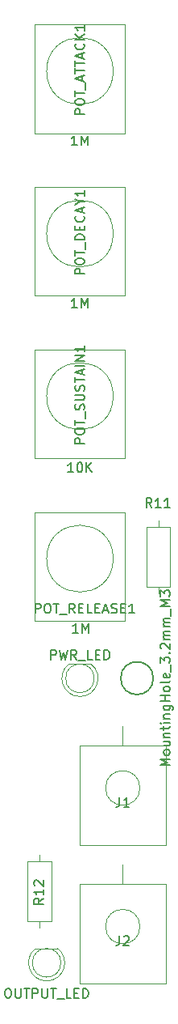
<source format=gbr>
%TF.GenerationSoftware,KiCad,Pcbnew,5.1.9+dfsg1-1~bpo10+1*%
%TF.CreationDate,2022-02-02T01:18:43+08:00*%
%TF.ProjectId,MiniADSR 1.0.1 - Control,4d696e69-4144-4535-9220-312e302e3120,rev?*%
%TF.SameCoordinates,Original*%
%TF.FileFunction,Other,Fab,Top*%
%FSLAX46Y46*%
G04 Gerber Fmt 4.6, Leading zero omitted, Abs format (unit mm)*
G04 Created by KiCad (PCBNEW 5.1.9+dfsg1-1~bpo10+1) date 2022-02-02 01:18:43*
%MOMM*%
%LPD*%
G01*
G04 APERTURE LIST*
%ADD10C,0.150000*%
%ADD11C,0.100000*%
G04 APERTURE END LIST*
D10*
X109211724Y-122500000D02*
G75*
G03*
X109211724Y-122500000I-1711724J0D01*
G01*
D11*
%TO.C,POT_RELEASE1*%
X106250000Y-116500000D02*
X106250000Y-105150000D01*
X106250000Y-105150000D02*
X96750000Y-105150000D01*
X106250000Y-116500000D02*
X96750000Y-116500000D01*
X96750000Y-116500000D02*
X96750000Y-105150000D01*
X105000000Y-110000000D02*
G75*
G03*
X105000000Y-110000000I-3500000J0D01*
G01*
%TO.C,J1*%
X106000000Y-127500000D02*
X106000000Y-129530000D01*
X107800000Y-133980000D02*
G75*
G03*
X107800000Y-133980000I-1800000J0D01*
G01*
X110500000Y-129530000D02*
X101500000Y-129530000D01*
X110500000Y-139980000D02*
X101500000Y-139980000D01*
X110500000Y-139980000D02*
X110500000Y-129580000D01*
X101500000Y-139980000D02*
X101500000Y-129580000D01*
%TO.C,R12*%
X98500000Y-141660000D02*
X96000000Y-141660000D01*
X96000000Y-141660000D02*
X96000000Y-147960000D01*
X96000000Y-147960000D02*
X98500000Y-147960000D01*
X98500000Y-147960000D02*
X98500000Y-141660000D01*
X97250000Y-141000000D02*
X97250000Y-141660000D01*
X97250000Y-148620000D02*
X97250000Y-147960000D01*
%TO.C,R11*%
X109750000Y-113620000D02*
X109750000Y-112960000D01*
X109750000Y-106000000D02*
X109750000Y-106660000D01*
X111000000Y-112960000D02*
X111000000Y-106660000D01*
X108500000Y-112960000D02*
X111000000Y-112960000D01*
X108500000Y-106660000D02*
X108500000Y-112960000D01*
X111000000Y-106660000D02*
X108500000Y-106660000D01*
%TO.C,POT_ATTACK1*%
X105000000Y-59000000D02*
G75*
G03*
X105000000Y-59000000I-3500000J0D01*
G01*
X96750000Y-65500000D02*
X96750000Y-54150000D01*
X106250000Y-65500000D02*
X96750000Y-65500000D01*
X106250000Y-54150000D02*
X96750000Y-54150000D01*
X106250000Y-65500000D02*
X106250000Y-54150000D01*
%TO.C,POT_DECAY1*%
X105000000Y-76000000D02*
G75*
G03*
X105000000Y-76000000I-3500000J0D01*
G01*
X96750000Y-82500000D02*
X96750000Y-71150000D01*
X106250000Y-82500000D02*
X96750000Y-82500000D01*
X106250000Y-71150000D02*
X96750000Y-71150000D01*
X106250000Y-82500000D02*
X106250000Y-71150000D01*
%TO.C,POT_SUSTAIN1*%
X106250000Y-99500000D02*
X106250000Y-88150000D01*
X106250000Y-88150000D02*
X96750000Y-88150000D01*
X106250000Y-99500000D02*
X96750000Y-99500000D01*
X96750000Y-99500000D02*
X96750000Y-88150000D01*
X105000000Y-93000000D02*
G75*
G03*
X105000000Y-93000000I-3500000J0D01*
G01*
%TO.C,D6*%
X102666190Y-121020000D02*
X100333810Y-121020000D01*
X103000000Y-122520000D02*
G75*
G03*
X103000000Y-122520000I-1500000J0D01*
G01*
X100334524Y-121019445D02*
G75*
G03*
X102666190Y-121020000I1165476J-1500555D01*
G01*
%TO.C,D7*%
X99500000Y-152270000D02*
G75*
G03*
X99500000Y-152270000I-1500000J0D01*
G01*
X99166190Y-150770000D02*
X96833810Y-150770000D01*
X96834524Y-150769445D02*
G75*
G03*
X99166190Y-150770000I1165476J-1500555D01*
G01*
%TO.C,J2*%
X106000000Y-142000000D02*
X106000000Y-144030000D01*
X107800000Y-148480000D02*
G75*
G03*
X107800000Y-148480000I-1800000J0D01*
G01*
X110500000Y-144030000D02*
X101500000Y-144030000D01*
X110500000Y-154480000D02*
X101500000Y-154480000D01*
X110500000Y-154480000D02*
X110500000Y-144080000D01*
X101500000Y-154480000D02*
X101500000Y-144080000D01*
%TD*%
%TO.C,POT_RELEASE1*%
D10*
X101314285Y-117752380D02*
X100742857Y-117752380D01*
X101028571Y-117752380D02*
X101028571Y-116752380D01*
X100933333Y-116895238D01*
X100838095Y-116990476D01*
X100742857Y-117038095D01*
X101742857Y-117752380D02*
X101742857Y-116752380D01*
X102076190Y-117466666D01*
X102409523Y-116752380D01*
X102409523Y-117752380D01*
X96809523Y-115702380D02*
X96809523Y-114702380D01*
X97190476Y-114702380D01*
X97285714Y-114750000D01*
X97333333Y-114797619D01*
X97380952Y-114892857D01*
X97380952Y-115035714D01*
X97333333Y-115130952D01*
X97285714Y-115178571D01*
X97190476Y-115226190D01*
X96809523Y-115226190D01*
X98000000Y-114702380D02*
X98190476Y-114702380D01*
X98285714Y-114750000D01*
X98380952Y-114845238D01*
X98428571Y-115035714D01*
X98428571Y-115369047D01*
X98380952Y-115559523D01*
X98285714Y-115654761D01*
X98190476Y-115702380D01*
X98000000Y-115702380D01*
X97904761Y-115654761D01*
X97809523Y-115559523D01*
X97761904Y-115369047D01*
X97761904Y-115035714D01*
X97809523Y-114845238D01*
X97904761Y-114750000D01*
X98000000Y-114702380D01*
X98714285Y-114702380D02*
X99285714Y-114702380D01*
X99000000Y-115702380D02*
X99000000Y-114702380D01*
X99380952Y-115797619D02*
X100142857Y-115797619D01*
X100952380Y-115702380D02*
X100619047Y-115226190D01*
X100380952Y-115702380D02*
X100380952Y-114702380D01*
X100761904Y-114702380D01*
X100857142Y-114750000D01*
X100904761Y-114797619D01*
X100952380Y-114892857D01*
X100952380Y-115035714D01*
X100904761Y-115130952D01*
X100857142Y-115178571D01*
X100761904Y-115226190D01*
X100380952Y-115226190D01*
X101380952Y-115178571D02*
X101714285Y-115178571D01*
X101857142Y-115702380D02*
X101380952Y-115702380D01*
X101380952Y-114702380D01*
X101857142Y-114702380D01*
X102761904Y-115702380D02*
X102285714Y-115702380D01*
X102285714Y-114702380D01*
X103095238Y-115178571D02*
X103428571Y-115178571D01*
X103571428Y-115702380D02*
X103095238Y-115702380D01*
X103095238Y-114702380D01*
X103571428Y-114702380D01*
X103952380Y-115416666D02*
X104428571Y-115416666D01*
X103857142Y-115702380D02*
X104190476Y-114702380D01*
X104523809Y-115702380D01*
X104809523Y-115654761D02*
X104952380Y-115702380D01*
X105190476Y-115702380D01*
X105285714Y-115654761D01*
X105333333Y-115607142D01*
X105380952Y-115511904D01*
X105380952Y-115416666D01*
X105333333Y-115321428D01*
X105285714Y-115273809D01*
X105190476Y-115226190D01*
X105000000Y-115178571D01*
X104904761Y-115130952D01*
X104857142Y-115083333D01*
X104809523Y-114988095D01*
X104809523Y-114892857D01*
X104857142Y-114797619D01*
X104904761Y-114750000D01*
X105000000Y-114702380D01*
X105238095Y-114702380D01*
X105380952Y-114750000D01*
X105809523Y-115178571D02*
X106142857Y-115178571D01*
X106285714Y-115702380D02*
X105809523Y-115702380D01*
X105809523Y-114702380D01*
X106285714Y-114702380D01*
X107238095Y-115702380D02*
X106666666Y-115702380D01*
X106952380Y-115702380D02*
X106952380Y-114702380D01*
X106857142Y-114845238D01*
X106761904Y-114940476D01*
X106666666Y-114988095D01*
%TO.C,REF\u002A\u002A*%
X110952380Y-131619047D02*
X109952380Y-131619047D01*
X110666666Y-131285714D01*
X109952380Y-130952380D01*
X110952380Y-130952380D01*
X110952380Y-130333333D02*
X110904761Y-130428571D01*
X110857142Y-130476190D01*
X110761904Y-130523809D01*
X110476190Y-130523809D01*
X110380952Y-130476190D01*
X110333333Y-130428571D01*
X110285714Y-130333333D01*
X110285714Y-130190476D01*
X110333333Y-130095238D01*
X110380952Y-130047619D01*
X110476190Y-130000000D01*
X110761904Y-130000000D01*
X110857142Y-130047619D01*
X110904761Y-130095238D01*
X110952380Y-130190476D01*
X110952380Y-130333333D01*
X110285714Y-129142857D02*
X110952380Y-129142857D01*
X110285714Y-129571428D02*
X110809523Y-129571428D01*
X110904761Y-129523809D01*
X110952380Y-129428571D01*
X110952380Y-129285714D01*
X110904761Y-129190476D01*
X110857142Y-129142857D01*
X110285714Y-128666666D02*
X110952380Y-128666666D01*
X110380952Y-128666666D02*
X110333333Y-128619047D01*
X110285714Y-128523809D01*
X110285714Y-128380952D01*
X110333333Y-128285714D01*
X110428571Y-128238095D01*
X110952380Y-128238095D01*
X110285714Y-127904761D02*
X110285714Y-127523809D01*
X109952380Y-127761904D02*
X110809523Y-127761904D01*
X110904761Y-127714285D01*
X110952380Y-127619047D01*
X110952380Y-127523809D01*
X110952380Y-127190476D02*
X110285714Y-127190476D01*
X109952380Y-127190476D02*
X110000000Y-127238095D01*
X110047619Y-127190476D01*
X110000000Y-127142857D01*
X109952380Y-127190476D01*
X110047619Y-127190476D01*
X110285714Y-126714285D02*
X110952380Y-126714285D01*
X110380952Y-126714285D02*
X110333333Y-126666666D01*
X110285714Y-126571428D01*
X110285714Y-126428571D01*
X110333333Y-126333333D01*
X110428571Y-126285714D01*
X110952380Y-126285714D01*
X110285714Y-125380952D02*
X111095238Y-125380952D01*
X111190476Y-125428571D01*
X111238095Y-125476190D01*
X111285714Y-125571428D01*
X111285714Y-125714285D01*
X111238095Y-125809523D01*
X110904761Y-125380952D02*
X110952380Y-125476190D01*
X110952380Y-125666666D01*
X110904761Y-125761904D01*
X110857142Y-125809523D01*
X110761904Y-125857142D01*
X110476190Y-125857142D01*
X110380952Y-125809523D01*
X110333333Y-125761904D01*
X110285714Y-125666666D01*
X110285714Y-125476190D01*
X110333333Y-125380952D01*
X110952380Y-124904761D02*
X109952380Y-124904761D01*
X110428571Y-124904761D02*
X110428571Y-124333333D01*
X110952380Y-124333333D02*
X109952380Y-124333333D01*
X110952380Y-123714285D02*
X110904761Y-123809523D01*
X110857142Y-123857142D01*
X110761904Y-123904761D01*
X110476190Y-123904761D01*
X110380952Y-123857142D01*
X110333333Y-123809523D01*
X110285714Y-123714285D01*
X110285714Y-123571428D01*
X110333333Y-123476190D01*
X110380952Y-123428571D01*
X110476190Y-123380952D01*
X110761904Y-123380952D01*
X110857142Y-123428571D01*
X110904761Y-123476190D01*
X110952380Y-123571428D01*
X110952380Y-123714285D01*
X110952380Y-122809523D02*
X110904761Y-122904761D01*
X110809523Y-122952380D01*
X109952380Y-122952380D01*
X110904761Y-122047619D02*
X110952380Y-122142857D01*
X110952380Y-122333333D01*
X110904761Y-122428571D01*
X110809523Y-122476190D01*
X110428571Y-122476190D01*
X110333333Y-122428571D01*
X110285714Y-122333333D01*
X110285714Y-122142857D01*
X110333333Y-122047619D01*
X110428571Y-122000000D01*
X110523809Y-122000000D01*
X110619047Y-122476190D01*
X111047619Y-121809523D02*
X111047619Y-121047619D01*
X109952380Y-120904761D02*
X109952380Y-120285714D01*
X110333333Y-120619047D01*
X110333333Y-120476190D01*
X110380952Y-120380952D01*
X110428571Y-120333333D01*
X110523809Y-120285714D01*
X110761904Y-120285714D01*
X110857142Y-120333333D01*
X110904761Y-120380952D01*
X110952380Y-120476190D01*
X110952380Y-120761904D01*
X110904761Y-120857142D01*
X110857142Y-120904761D01*
X110857142Y-119857142D02*
X110904761Y-119809523D01*
X110952380Y-119857142D01*
X110904761Y-119904761D01*
X110857142Y-119857142D01*
X110952380Y-119857142D01*
X110047619Y-119428571D02*
X110000000Y-119380952D01*
X109952380Y-119285714D01*
X109952380Y-119047619D01*
X110000000Y-118952380D01*
X110047619Y-118904761D01*
X110142857Y-118857142D01*
X110238095Y-118857142D01*
X110380952Y-118904761D01*
X110952380Y-119476190D01*
X110952380Y-118857142D01*
X110952380Y-118428571D02*
X110285714Y-118428571D01*
X110380952Y-118428571D02*
X110333333Y-118380952D01*
X110285714Y-118285714D01*
X110285714Y-118142857D01*
X110333333Y-118047619D01*
X110428571Y-118000000D01*
X110952380Y-118000000D01*
X110428571Y-118000000D02*
X110333333Y-117952380D01*
X110285714Y-117857142D01*
X110285714Y-117714285D01*
X110333333Y-117619047D01*
X110428571Y-117571428D01*
X110952380Y-117571428D01*
X110952380Y-117095238D02*
X110285714Y-117095238D01*
X110380952Y-117095238D02*
X110333333Y-117047619D01*
X110285714Y-116952380D01*
X110285714Y-116809523D01*
X110333333Y-116714285D01*
X110428571Y-116666666D01*
X110952380Y-116666666D01*
X110428571Y-116666666D02*
X110333333Y-116619047D01*
X110285714Y-116523809D01*
X110285714Y-116380952D01*
X110333333Y-116285714D01*
X110428571Y-116238095D01*
X110952380Y-116238095D01*
X111047619Y-116000000D02*
X111047619Y-115238095D01*
X110952380Y-115000000D02*
X109952380Y-115000000D01*
X110666666Y-114666666D01*
X109952380Y-114333333D01*
X110952380Y-114333333D01*
X109952380Y-113952380D02*
X109952380Y-113333333D01*
X110333333Y-113666666D01*
X110333333Y-113523809D01*
X110380952Y-113428571D01*
X110428571Y-113380952D01*
X110523809Y-113333333D01*
X110761904Y-113333333D01*
X110857142Y-113380952D01*
X110904761Y-113428571D01*
X110952380Y-113523809D01*
X110952380Y-113809523D01*
X110904761Y-113904761D01*
X110857142Y-113952380D01*
%TO.C,J1*%
X105666666Y-134952380D02*
X105666666Y-135666666D01*
X105619047Y-135809523D01*
X105523809Y-135904761D01*
X105380952Y-135952380D01*
X105285714Y-135952380D01*
X106666666Y-135952380D02*
X106095238Y-135952380D01*
X106380952Y-135952380D02*
X106380952Y-134952380D01*
X106285714Y-135095238D01*
X106190476Y-135190476D01*
X106095238Y-135238095D01*
%TO.C,R12*%
X97652380Y-145542857D02*
X97176190Y-145876190D01*
X97652380Y-146114285D02*
X96652380Y-146114285D01*
X96652380Y-145733333D01*
X96700000Y-145638095D01*
X96747619Y-145590476D01*
X96842857Y-145542857D01*
X96985714Y-145542857D01*
X97080952Y-145590476D01*
X97128571Y-145638095D01*
X97176190Y-145733333D01*
X97176190Y-146114285D01*
X97652380Y-144590476D02*
X97652380Y-145161904D01*
X97652380Y-144876190D02*
X96652380Y-144876190D01*
X96795238Y-144971428D01*
X96890476Y-145066666D01*
X96938095Y-145161904D01*
X96747619Y-144209523D02*
X96700000Y-144161904D01*
X96652380Y-144066666D01*
X96652380Y-143828571D01*
X96700000Y-143733333D01*
X96747619Y-143685714D01*
X96842857Y-143638095D01*
X96938095Y-143638095D01*
X97080952Y-143685714D01*
X97652380Y-144257142D01*
X97652380Y-143638095D01*
%TO.C,R11*%
X109057142Y-104652380D02*
X108723809Y-104176190D01*
X108485714Y-104652380D02*
X108485714Y-103652380D01*
X108866666Y-103652380D01*
X108961904Y-103700000D01*
X109009523Y-103747619D01*
X109057142Y-103842857D01*
X109057142Y-103985714D01*
X109009523Y-104080952D01*
X108961904Y-104128571D01*
X108866666Y-104176190D01*
X108485714Y-104176190D01*
X110009523Y-104652380D02*
X109438095Y-104652380D01*
X109723809Y-104652380D02*
X109723809Y-103652380D01*
X109628571Y-103795238D01*
X109533333Y-103890476D01*
X109438095Y-103938095D01*
X110961904Y-104652380D02*
X110390476Y-104652380D01*
X110676190Y-104652380D02*
X110676190Y-103652380D01*
X110580952Y-103795238D01*
X110485714Y-103890476D01*
X110390476Y-103938095D01*
%TO.C,POT_ATTACK1*%
X101214285Y-66752380D02*
X100642857Y-66752380D01*
X100928571Y-66752380D02*
X100928571Y-65752380D01*
X100833333Y-65895238D01*
X100738095Y-65990476D01*
X100642857Y-66038095D01*
X101642857Y-66752380D02*
X101642857Y-65752380D01*
X101976190Y-66466666D01*
X102309523Y-65752380D01*
X102309523Y-66752380D01*
X101992380Y-63522857D02*
X100992380Y-63522857D01*
X100992380Y-63141904D01*
X101040000Y-63046666D01*
X101087619Y-62999047D01*
X101182857Y-62951428D01*
X101325714Y-62951428D01*
X101420952Y-62999047D01*
X101468571Y-63046666D01*
X101516190Y-63141904D01*
X101516190Y-63522857D01*
X100992380Y-62332380D02*
X100992380Y-62141904D01*
X101040000Y-62046666D01*
X101135238Y-61951428D01*
X101325714Y-61903809D01*
X101659047Y-61903809D01*
X101849523Y-61951428D01*
X101944761Y-62046666D01*
X101992380Y-62141904D01*
X101992380Y-62332380D01*
X101944761Y-62427619D01*
X101849523Y-62522857D01*
X101659047Y-62570476D01*
X101325714Y-62570476D01*
X101135238Y-62522857D01*
X101040000Y-62427619D01*
X100992380Y-62332380D01*
X100992380Y-61618095D02*
X100992380Y-61046666D01*
X101992380Y-61332380D02*
X100992380Y-61332380D01*
X102087619Y-60951428D02*
X102087619Y-60189523D01*
X101706666Y-59999047D02*
X101706666Y-59522857D01*
X101992380Y-60094285D02*
X100992380Y-59760952D01*
X101992380Y-59427619D01*
X100992380Y-59237142D02*
X100992380Y-58665714D01*
X101992380Y-58951428D02*
X100992380Y-58951428D01*
X100992380Y-58475238D02*
X100992380Y-57903809D01*
X101992380Y-58189523D02*
X100992380Y-58189523D01*
X101706666Y-57618095D02*
X101706666Y-57141904D01*
X101992380Y-57713333D02*
X100992380Y-57380000D01*
X101992380Y-57046666D01*
X101897142Y-56141904D02*
X101944761Y-56189523D01*
X101992380Y-56332380D01*
X101992380Y-56427619D01*
X101944761Y-56570476D01*
X101849523Y-56665714D01*
X101754285Y-56713333D01*
X101563809Y-56760952D01*
X101420952Y-56760952D01*
X101230476Y-56713333D01*
X101135238Y-56665714D01*
X101040000Y-56570476D01*
X100992380Y-56427619D01*
X100992380Y-56332380D01*
X101040000Y-56189523D01*
X101087619Y-56141904D01*
X101992380Y-55713333D02*
X100992380Y-55713333D01*
X101992380Y-55141904D02*
X101420952Y-55570476D01*
X100992380Y-55141904D02*
X101563809Y-55713333D01*
X101992380Y-54189523D02*
X101992380Y-54760952D01*
X101992380Y-54475238D02*
X100992380Y-54475238D01*
X101135238Y-54570476D01*
X101230476Y-54665714D01*
X101278095Y-54760952D01*
%TO.C,POT_DECAY1*%
X101214285Y-83752380D02*
X100642857Y-83752380D01*
X100928571Y-83752380D02*
X100928571Y-82752380D01*
X100833333Y-82895238D01*
X100738095Y-82990476D01*
X100642857Y-83038095D01*
X101642857Y-83752380D02*
X101642857Y-82752380D01*
X101976190Y-83466666D01*
X102309523Y-82752380D01*
X102309523Y-83752380D01*
X101992380Y-80213333D02*
X100992380Y-80213333D01*
X100992380Y-79832380D01*
X101040000Y-79737142D01*
X101087619Y-79689523D01*
X101182857Y-79641904D01*
X101325714Y-79641904D01*
X101420952Y-79689523D01*
X101468571Y-79737142D01*
X101516190Y-79832380D01*
X101516190Y-80213333D01*
X100992380Y-79022857D02*
X100992380Y-78832380D01*
X101040000Y-78737142D01*
X101135238Y-78641904D01*
X101325714Y-78594285D01*
X101659047Y-78594285D01*
X101849523Y-78641904D01*
X101944761Y-78737142D01*
X101992380Y-78832380D01*
X101992380Y-79022857D01*
X101944761Y-79118095D01*
X101849523Y-79213333D01*
X101659047Y-79260952D01*
X101325714Y-79260952D01*
X101135238Y-79213333D01*
X101040000Y-79118095D01*
X100992380Y-79022857D01*
X100992380Y-78308571D02*
X100992380Y-77737142D01*
X101992380Y-78022857D02*
X100992380Y-78022857D01*
X102087619Y-77641904D02*
X102087619Y-76880000D01*
X101992380Y-76641904D02*
X100992380Y-76641904D01*
X100992380Y-76403809D01*
X101040000Y-76260952D01*
X101135238Y-76165714D01*
X101230476Y-76118095D01*
X101420952Y-76070476D01*
X101563809Y-76070476D01*
X101754285Y-76118095D01*
X101849523Y-76165714D01*
X101944761Y-76260952D01*
X101992380Y-76403809D01*
X101992380Y-76641904D01*
X101468571Y-75641904D02*
X101468571Y-75308571D01*
X101992380Y-75165714D02*
X101992380Y-75641904D01*
X100992380Y-75641904D01*
X100992380Y-75165714D01*
X101897142Y-74165714D02*
X101944761Y-74213333D01*
X101992380Y-74356190D01*
X101992380Y-74451428D01*
X101944761Y-74594285D01*
X101849523Y-74689523D01*
X101754285Y-74737142D01*
X101563809Y-74784761D01*
X101420952Y-74784761D01*
X101230476Y-74737142D01*
X101135238Y-74689523D01*
X101040000Y-74594285D01*
X100992380Y-74451428D01*
X100992380Y-74356190D01*
X101040000Y-74213333D01*
X101087619Y-74165714D01*
X101706666Y-73784761D02*
X101706666Y-73308571D01*
X101992380Y-73880000D02*
X100992380Y-73546666D01*
X101992380Y-73213333D01*
X101516190Y-72689523D02*
X101992380Y-72689523D01*
X100992380Y-73022857D02*
X101516190Y-72689523D01*
X100992380Y-72356190D01*
X101992380Y-71499047D02*
X101992380Y-72070476D01*
X101992380Y-71784761D02*
X100992380Y-71784761D01*
X101135238Y-71880000D01*
X101230476Y-71975238D01*
X101278095Y-72070476D01*
%TO.C,POT_SUSTAIN1*%
X100809523Y-100952380D02*
X100238095Y-100952380D01*
X100523809Y-100952380D02*
X100523809Y-99952380D01*
X100428571Y-100095238D01*
X100333333Y-100190476D01*
X100238095Y-100238095D01*
X101428571Y-99952380D02*
X101523809Y-99952380D01*
X101619047Y-100000000D01*
X101666666Y-100047619D01*
X101714285Y-100142857D01*
X101761904Y-100333333D01*
X101761904Y-100571428D01*
X101714285Y-100761904D01*
X101666666Y-100857142D01*
X101619047Y-100904761D01*
X101523809Y-100952380D01*
X101428571Y-100952380D01*
X101333333Y-100904761D01*
X101285714Y-100857142D01*
X101238095Y-100761904D01*
X101190476Y-100571428D01*
X101190476Y-100333333D01*
X101238095Y-100142857D01*
X101285714Y-100047619D01*
X101333333Y-100000000D01*
X101428571Y-99952380D01*
X102190476Y-100952380D02*
X102190476Y-99952380D01*
X102761904Y-100952380D02*
X102333333Y-100380952D01*
X102761904Y-99952380D02*
X102190476Y-100523809D01*
X101992380Y-97951428D02*
X100992380Y-97951428D01*
X100992380Y-97570476D01*
X101040000Y-97475238D01*
X101087619Y-97427619D01*
X101182857Y-97380000D01*
X101325714Y-97380000D01*
X101420952Y-97427619D01*
X101468571Y-97475238D01*
X101516190Y-97570476D01*
X101516190Y-97951428D01*
X100992380Y-96760952D02*
X100992380Y-96570476D01*
X101040000Y-96475238D01*
X101135238Y-96380000D01*
X101325714Y-96332380D01*
X101659047Y-96332380D01*
X101849523Y-96380000D01*
X101944761Y-96475238D01*
X101992380Y-96570476D01*
X101992380Y-96760952D01*
X101944761Y-96856190D01*
X101849523Y-96951428D01*
X101659047Y-96999047D01*
X101325714Y-96999047D01*
X101135238Y-96951428D01*
X101040000Y-96856190D01*
X100992380Y-96760952D01*
X100992380Y-96046666D02*
X100992380Y-95475238D01*
X101992380Y-95760952D02*
X100992380Y-95760952D01*
X102087619Y-95380000D02*
X102087619Y-94618095D01*
X101944761Y-94427619D02*
X101992380Y-94284761D01*
X101992380Y-94046666D01*
X101944761Y-93951428D01*
X101897142Y-93903809D01*
X101801904Y-93856190D01*
X101706666Y-93856190D01*
X101611428Y-93903809D01*
X101563809Y-93951428D01*
X101516190Y-94046666D01*
X101468571Y-94237142D01*
X101420952Y-94332380D01*
X101373333Y-94380000D01*
X101278095Y-94427619D01*
X101182857Y-94427619D01*
X101087619Y-94380000D01*
X101040000Y-94332380D01*
X100992380Y-94237142D01*
X100992380Y-93999047D01*
X101040000Y-93856190D01*
X100992380Y-93427619D02*
X101801904Y-93427619D01*
X101897142Y-93380000D01*
X101944761Y-93332380D01*
X101992380Y-93237142D01*
X101992380Y-93046666D01*
X101944761Y-92951428D01*
X101897142Y-92903809D01*
X101801904Y-92856190D01*
X100992380Y-92856190D01*
X101944761Y-92427619D02*
X101992380Y-92284761D01*
X101992380Y-92046666D01*
X101944761Y-91951428D01*
X101897142Y-91903809D01*
X101801904Y-91856190D01*
X101706666Y-91856190D01*
X101611428Y-91903809D01*
X101563809Y-91951428D01*
X101516190Y-92046666D01*
X101468571Y-92237142D01*
X101420952Y-92332380D01*
X101373333Y-92380000D01*
X101278095Y-92427619D01*
X101182857Y-92427619D01*
X101087619Y-92380000D01*
X101040000Y-92332380D01*
X100992380Y-92237142D01*
X100992380Y-91999047D01*
X101040000Y-91856190D01*
X100992380Y-91570476D02*
X100992380Y-90999047D01*
X101992380Y-91284761D02*
X100992380Y-91284761D01*
X101706666Y-90713333D02*
X101706666Y-90237142D01*
X101992380Y-90808571D02*
X100992380Y-90475238D01*
X101992380Y-90141904D01*
X101992380Y-89808571D02*
X100992380Y-89808571D01*
X101992380Y-89332380D02*
X100992380Y-89332380D01*
X101992380Y-88760952D01*
X100992380Y-88760952D01*
X101992380Y-87760952D02*
X101992380Y-88332380D01*
X101992380Y-88046666D02*
X100992380Y-88046666D01*
X101135238Y-88141904D01*
X101230476Y-88237142D01*
X101278095Y-88332380D01*
%TO.C,D6*%
X98428571Y-120552380D02*
X98428571Y-119552380D01*
X98809523Y-119552380D01*
X98904761Y-119600000D01*
X98952380Y-119647619D01*
X99000000Y-119742857D01*
X99000000Y-119885714D01*
X98952380Y-119980952D01*
X98904761Y-120028571D01*
X98809523Y-120076190D01*
X98428571Y-120076190D01*
X99333333Y-119552380D02*
X99571428Y-120552380D01*
X99761904Y-119838095D01*
X99952380Y-120552380D01*
X100190476Y-119552380D01*
X101142857Y-120552380D02*
X100809523Y-120076190D01*
X100571428Y-120552380D02*
X100571428Y-119552380D01*
X100952380Y-119552380D01*
X101047619Y-119600000D01*
X101095238Y-119647619D01*
X101142857Y-119742857D01*
X101142857Y-119885714D01*
X101095238Y-119980952D01*
X101047619Y-120028571D01*
X100952380Y-120076190D01*
X100571428Y-120076190D01*
X101333333Y-120647619D02*
X102095238Y-120647619D01*
X102809523Y-120552380D02*
X102333333Y-120552380D01*
X102333333Y-119552380D01*
X103142857Y-120028571D02*
X103476190Y-120028571D01*
X103619047Y-120552380D02*
X103142857Y-120552380D01*
X103142857Y-119552380D01*
X103619047Y-119552380D01*
X104047619Y-120552380D02*
X104047619Y-119552380D01*
X104285714Y-119552380D01*
X104428571Y-119600000D01*
X104523809Y-119695238D01*
X104571428Y-119790476D01*
X104619047Y-119980952D01*
X104619047Y-120123809D01*
X104571428Y-120314285D01*
X104523809Y-120409523D01*
X104428571Y-120504761D01*
X104285714Y-120552380D01*
X104047619Y-120552380D01*
%TO.C,D7*%
X93857142Y-154952380D02*
X94047619Y-154952380D01*
X94142857Y-155000000D01*
X94238095Y-155095238D01*
X94285714Y-155285714D01*
X94285714Y-155619047D01*
X94238095Y-155809523D01*
X94142857Y-155904761D01*
X94047619Y-155952380D01*
X93857142Y-155952380D01*
X93761904Y-155904761D01*
X93666666Y-155809523D01*
X93619047Y-155619047D01*
X93619047Y-155285714D01*
X93666666Y-155095238D01*
X93761904Y-155000000D01*
X93857142Y-154952380D01*
X94714285Y-154952380D02*
X94714285Y-155761904D01*
X94761904Y-155857142D01*
X94809523Y-155904761D01*
X94904761Y-155952380D01*
X95095238Y-155952380D01*
X95190476Y-155904761D01*
X95238095Y-155857142D01*
X95285714Y-155761904D01*
X95285714Y-154952380D01*
X95619047Y-154952380D02*
X96190476Y-154952380D01*
X95904761Y-155952380D02*
X95904761Y-154952380D01*
X96523809Y-155952380D02*
X96523809Y-154952380D01*
X96904761Y-154952380D01*
X97000000Y-155000000D01*
X97047619Y-155047619D01*
X97095238Y-155142857D01*
X97095238Y-155285714D01*
X97047619Y-155380952D01*
X97000000Y-155428571D01*
X96904761Y-155476190D01*
X96523809Y-155476190D01*
X97523809Y-154952380D02*
X97523809Y-155761904D01*
X97571428Y-155857142D01*
X97619047Y-155904761D01*
X97714285Y-155952380D01*
X97904761Y-155952380D01*
X98000000Y-155904761D01*
X98047619Y-155857142D01*
X98095238Y-155761904D01*
X98095238Y-154952380D01*
X98428571Y-154952380D02*
X99000000Y-154952380D01*
X98714285Y-155952380D02*
X98714285Y-154952380D01*
X99095238Y-156047619D02*
X99857142Y-156047619D01*
X100571428Y-155952380D02*
X100095238Y-155952380D01*
X100095238Y-154952380D01*
X100904761Y-155428571D02*
X101238095Y-155428571D01*
X101380952Y-155952380D02*
X100904761Y-155952380D01*
X100904761Y-154952380D01*
X101380952Y-154952380D01*
X101809523Y-155952380D02*
X101809523Y-154952380D01*
X102047619Y-154952380D01*
X102190476Y-155000000D01*
X102285714Y-155095238D01*
X102333333Y-155190476D01*
X102380952Y-155380952D01*
X102380952Y-155523809D01*
X102333333Y-155714285D01*
X102285714Y-155809523D01*
X102190476Y-155904761D01*
X102047619Y-155952380D01*
X101809523Y-155952380D01*
%TO.C,J2*%
X105666666Y-149452380D02*
X105666666Y-150166666D01*
X105619047Y-150309523D01*
X105523809Y-150404761D01*
X105380952Y-150452380D01*
X105285714Y-150452380D01*
X106095238Y-149547619D02*
X106142857Y-149500000D01*
X106238095Y-149452380D01*
X106476190Y-149452380D01*
X106571428Y-149500000D01*
X106619047Y-149547619D01*
X106666666Y-149642857D01*
X106666666Y-149738095D01*
X106619047Y-149880952D01*
X106047619Y-150452380D01*
X106666666Y-150452380D01*
%TD*%
M02*

</source>
